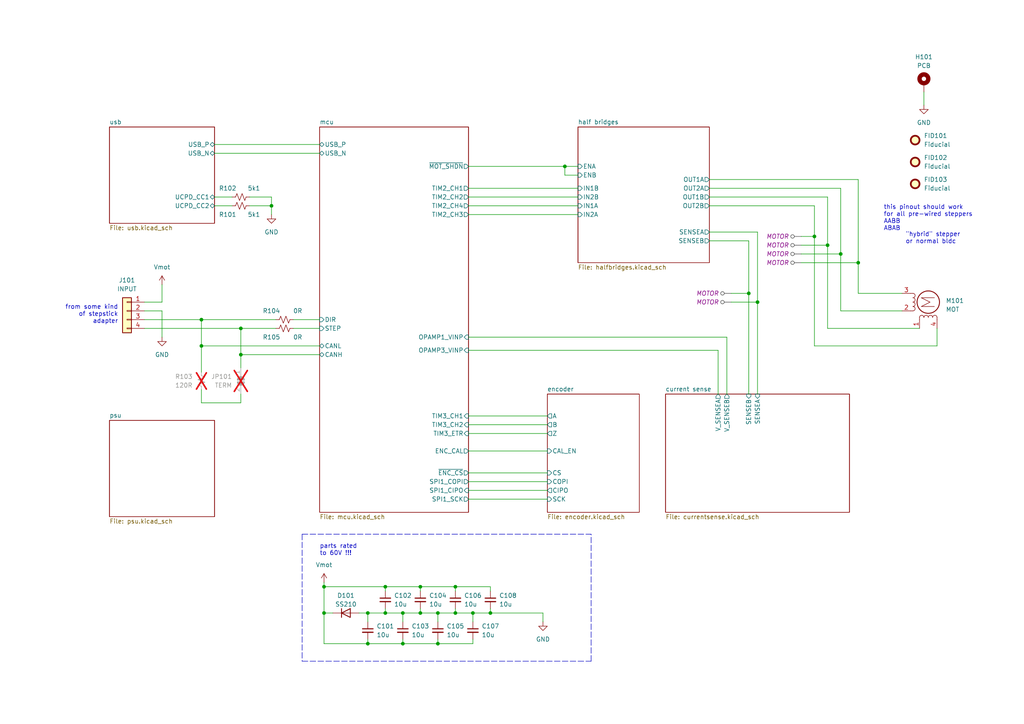
<source format=kicad_sch>
(kicad_sch (version 20231120) (generator "eeschema") (generator_version "8.0")
  (paper "A4")
  (title_block (title "LEMON PEPPER STEPPER") (date "2023-10-11") (rev "0.1") (company "matei repair lab"))
  (lib_symbols
    (symbol "Connector_Generic:Conn_01x04" (pin_names (offset 1.016) hide)
      (property "Reference" "J" (at 0 5.08 0))
      (property "Value" "Conn_01x04" (at 0 -7.62 0))
      (symbol "Conn_01x04_1_1"
        (rectangle (start -1.27 -4.953) (end 0 -5.207) (stroke (width 0.1524)))
        (rectangle (start -1.27 -2.413) (end 0 -2.667) (stroke (width 0.1524)))
        (rectangle (start -1.27 0.127) (end 0 -0.127) (stroke (width 0.1524)))
        (rectangle (start -1.27 2.667) (end 0 2.413) (stroke (width 0.1524)))
        (rectangle (start -1.27 3.81) (end 1.27 -6.35) (stroke (width 0.254)) (fill (type background)))
        (pin passive line (at -5.08 2.54 0) (length 3.81) (name "Pin_1") (number "1"))
        (pin passive line (at -5.08 0 0) (length 3.81) (name "Pin_2") (number "2"))
        (pin passive line (at -5.08 -2.54 0) (length 3.81) (name "Pin_3") (number "3"))
        (pin passive line (at -5.08 -5.08 0) (length 3.81) (name "Pin_4") (number "4"))
      )
    )
    (symbol "Device:C_Small" (pin_numbers hide) (pin_names (offset 0.254) hide)
      (property "Reference" "C" (at 0.254 1.778 0))
      (property "Value" "C_Small" (at 0.254 -2.032 0))
      (symbol "C_Small_0_1"
        (polyline (pts (xy -1.524 -0.508) (xy 1.524 -0.508)) (stroke (width 0.3302)))
        (polyline (pts (xy -1.524 0.508) (xy 1.524 0.508)) (stroke (width 0.3048)))
      )
      (symbol "C_Small_1_1"
        (pin passive line (at 0 2.54 270) (length 2.032) (name "~") (number "1"))
        (pin passive line (at 0 -2.54 90) (length 2.032) (name "~") (number "2"))
      )
    )
    (symbol "Device:D" (pin_numbers hide) (pin_names (offset 1.016) hide)
      (property "Reference" "D" (at 0 2.54 0))
      (property "Value" "D" (at 0 -2.54 0))
      (symbol "D_0_1"
        (polyline (pts (xy -1.27 1.27) (xy -1.27 -1.27)) (stroke (width 0.254)))
        (polyline (pts (xy 1.27 0) (xy -1.27 0)))
        (polyline (pts (xy 1.27 1.27) (xy 1.27 -1.27) (xy -1.27 0) (xy 1.27 1.27)) (stroke (width 0.254)))
      )
      (symbol "D_1_1"
        (pin passive line (at -3.81 0 0) (length 2.54) (name "K") (number "1"))
        (pin passive line (at 3.81 0 180) (length 2.54) (name "A") (number "2"))
      )
    )
    (symbol "Device:R_Small_US" (pin_numbers hide) (pin_names (offset 0.254) hide)
      (property "Reference" "R" (at 0.762 0.508 0))
      (property "Value" "R_Small_US" (at 0.762 -1.016 0))
      (symbol "R_Small_US_1_1"
        (polyline (pts (xy 0 0) (xy 1.016 -0.381) (xy 0 -0.762) (xy -1.016 -1.143) (xy 0 -1.524)))
        (polyline (pts (xy 0 1.524) (xy 1.016 1.143) (xy 0 0.762) (xy -1.016 0.381) (xy 0 0)))
        (pin passive line (at 0 2.54 270) (length 1.016) (name "~") (number "1"))
        (pin passive line (at 0 -2.54 90) (length 1.016) (name "~") (number "2"))
      )
    )
    (symbol "Jumper:SolderJumper_2_Open" (pin_names (offset 0) hide)
      (property "Reference" "JP" (at 0 2.032 0))
      (property "Value" "SolderJumper_2_Open" (at 0 -2.54 0))
      (symbol "SolderJumper_2_Open_0_1"
        (arc (start -0.254 1.016) (mid -1.2656 0) (end -0.254 -1.016))
        (arc (start -0.254 1.016) (mid -1.2656 0) (end -0.254 -1.016) (fill (type outline)))
        (polyline (pts (xy -0.254 1.016) (xy -0.254 -1.016)))
        (polyline (pts (xy 0.254 1.016) (xy 0.254 -1.016)))
        (arc (start 0.254 -1.016) (mid 1.2656 0) (end 0.254 1.016))
        (arc (start 0.254 -1.016) (mid 1.2656 0) (end 0.254 1.016) (fill (type outline)))
      )
      (symbol "SolderJumper_2_Open_1_1"
        (pin passive line (at -3.81 0 0) (length 2.54) (name "A") (number "1"))
        (pin passive line (at 3.81 0 180) (length 2.54) (name "B") (number "2"))
      )
    )
    (symbol "Mechanical:Fiducial"
      (property "Reference" "FID" (at 0 5.08 0))
      (property "Value" "Fiducial" (at 0 3.175 0))
      (symbol "Fiducial_0_1"
        (circle (center 0 0) (radius 1.27) (stroke (width 0.508)) (fill (type background)))
      )
    )
    (symbol "Mechanical:MountingHole_Pad" (pin_numbers hide) (pin_names (offset 1.016) hide)
      (property "Reference" "H" (at 0 6.35 0))
      (property "Value" "MountingHole_Pad" (at 0 4.445 0))
      (symbol "MountingHole_Pad_0_1"
        (circle (center 0 1.27) (radius 1.27) (stroke (width 1.27)))
      )
      (symbol "MountingHole_Pad_1_1"
        (pin input line (at 0 -2.54 90) (length 2.54) (name "1") (number "1"))
      )
    )
    (symbol "Motor:Stepper_Motor_bipolar" (pin_names (offset 0) hide)
      (property "Reference" "M101" (at 0.4191 -5.08 90))
      (property "Value" "MOT" (at -2.1209 -5.08 90))
      (symbol "Stepper_Motor_bipolar_0_0"
        (polyline (pts (xy -1.27 -1.778) (xy -1.27 2.032) (xy 0 -0.508) (xy 1.27 2.032) (xy 1.27 -1.778)))
      )
      (symbol "Stepper_Motor_bipolar_0_1"
        (arc (start -4.445 -2.54) (mid -3.8127 -1.905) (end -4.445 -1.27))
        (arc (start -4.445 -1.27) (mid -3.8127 -0.635) (end -4.445 0))
        (arc (start -4.445 0) (mid -3.8127 0.635) (end -4.445 1.27))
        (arc (start -4.445 1.27) (mid -3.8127 1.905) (end -4.445 2.54))
        (arc (start -2.54 4.445) (mid -1.905 3.8127) (end -1.27 4.445))
        (arc (start -1.27 4.445) (mid -0.635 3.8127) (end 0 4.445))
        (polyline (pts (xy -5.08 -2.54) (xy -4.445 -2.54)))
        (polyline (pts (xy -5.08 2.54) (xy -4.445 2.54)))
        (polyline (pts (xy -2.54 5.08) (xy -2.54 4.445)))
        (polyline (pts (xy 2.54 5.08) (xy 2.54 4.445)))
        (circle (center 0 0) (radius 3.2512) (stroke (width 0.254)))
        (arc (start 0 4.445) (mid 0.635 3.8127) (end 1.27 4.445))
        (arc (start 1.27 4.445) (mid 1.905 3.8127) (end 2.54 4.445))
      )
      (symbol "Stepper_Motor_bipolar_1_1"
        (pin passive line (at -7.62 2.54 0) (length 2.54) (name "~") (number "1"))
        (pin passive line (at -2.54 7.62 270) (length 2.54) (name "-") (number "2"))
        (pin passive line (at 2.54 7.62 270) (length 2.54) (name "~") (number "3"))
        (pin passive line (at -7.62 -2.54 0) (length 2.54) (name "~") (number "4"))
      )
    )
    (symbol "matei:Vmot" (power) (pin_names (offset 0))
      (property "Value" "Vmot" (at 0 3.81 0))
      (symbol "Vmot_0_1"
        (polyline (pts (xy -0.762 1.27) (xy 0 2.54)))
        (polyline (pts (xy 0 0) (xy 0 2.54)))
        (polyline (pts (xy 0 2.54) (xy 0.762 1.27)))
      )
      (symbol "Vmot_1_1"
        (pin power_in line (at 0 0 90) (length 0) hide (name "Vmot") (number "1"))
      )
    )
    (symbol "power:GND" (power) (pin_names (offset 0))
      (property "Value" "GND" (at 0 -3.81 0))
      (symbol "GND_0_1"
        (polyline (pts (xy 0 0) (xy 0 -1.27) (xy 1.27 -1.27) (xy 0 -2.54) (xy -1.27 -1.27) (xy 0 -1.27)))
      )
      (symbol "GND_1_1"
        (pin power_in line (at 0 0 270) (length 0) hide (name "GND") (number "1"))
      )
    )
  )
  (junction (at 217.17 85.09))
  (junction (at 106.68 177.8))
  (junction (at 236.22 68.58))
  (junction (at 111.76 177.8))
  (junction (at 111.76 170.18))
  (junction (at 78.74 59.69))
  (junction (at 69.85 95.25))
  (junction (at 163.83 48.26))
  (junction (at 240.03 71.12))
  (junction (at 127 186.69))
  (junction (at 121.92 170.18))
  (junction (at 93.98 170.18))
  (junction (at 121.92 177.8))
  (junction (at 248.92 76.2))
  (junction (at 58.42 92.71))
  (junction (at 69.85 102.87))
  (junction (at 132.08 170.18))
  (junction (at 58.42 100.33))
  (junction (at 106.68 186.69))
  (junction (at 137.16 177.8))
  (junction (at 219.71 87.63))
  (junction (at 116.84 177.8))
  (junction (at 93.98 177.8))
  (junction (at 243.84 73.66))
  (junction (at 132.08 177.8))
  (junction (at 142.24 177.8))
  (junction (at 116.84 186.69))
  (junction (at 127 177.8))
  (wire (pts (xy 135.89 142.24) (xy 158.75 142.24)))
  (wire (pts (xy 219.71 87.63) (xy 219.71 67.31)))
  (wire (pts (xy 205.74 57.15) (xy 240.03 57.15)))
  (wire (pts (xy 106.68 186.69) (xy 116.84 186.69)))
  (wire (pts (xy 62.23 57.15) (xy 67.31 57.15)))
  (wire (pts (xy 111.76 177.8) (xy 116.84 177.8)))
  (wire (pts (xy 106.68 180.34) (xy 106.68 177.8)))
  (wire (pts (xy 236.22 68.58) (xy 236.22 100.33)))
  (wire (pts (xy 248.92 52.07) (xy 205.74 52.07)))
  (wire (pts (xy 62.23 41.91) (xy 92.71 41.91)))
  (wire (pts (xy 135.89 139.7) (xy 158.75 139.7)))
  (wire (pts (xy 248.92 85.09) (xy 261.62 85.09)))
  (wire (pts (xy 135.89 62.23) (xy 167.64 62.23)))
  (wire (pts (xy 240.03 95.25) (xy 266.7 95.25)))
  (wire (pts (xy 58.42 113.03) (xy 58.42 116.84)))
  (wire (pts (xy 163.83 48.26) (xy 167.64 48.26)))
  (wire (pts (xy 78.74 57.15) (xy 78.74 59.69)))
  (wire (pts (xy 243.84 54.61) (xy 243.84 73.66)))
  (wire (pts (xy 116.84 186.69) (xy 127 186.69)))
  (wire (pts (xy 240.03 57.15) (xy 240.03 71.12)))
  (wire (pts (xy 208.28 114.3) (xy 208.28 101.6)))
  (wire (pts (xy 85.09 92.71) (xy 92.71 92.71)))
  (polyline (pts (xy 87.63 191.77) (xy 171.45 191.77)) (stroke (width 0) (type dash)))
  (wire (pts (xy 46.99 87.63) (xy 41.91 87.63)))
  (wire (pts (xy 93.98 186.69) (xy 93.98 177.8)))
  (wire (pts (xy 58.42 100.33) (xy 58.42 107.95)))
  (wire (pts (xy 121.92 177.8) (xy 127 177.8)))
  (wire (pts (xy 135.89 59.69) (xy 167.64 59.69)))
  (wire (pts (xy 205.74 54.61) (xy 243.84 54.61)))
  (wire (pts (xy 127 177.8) (xy 132.08 177.8)))
  (wire (pts (xy 116.84 177.8) (xy 121.92 177.8)))
  (wire (pts (xy 132.08 170.18) (xy 142.24 170.18)))
  (wire (pts (xy 111.76 170.18) (xy 111.76 171.45)))
  (wire (pts (xy 69.85 102.87) (xy 69.85 106.68)))
  (polyline (pts (xy 87.63 154.94) (xy 87.63 191.77)) (stroke (width 0) (type dash)))
  (wire (pts (xy 58.42 100.33) (xy 92.71 100.33)))
  (wire (pts (xy 132.08 176.53) (xy 132.08 177.8)))
  (wire (pts (xy 219.71 114.3) (xy 219.71 87.63)))
  (wire (pts (xy 41.91 95.25) (xy 69.85 95.25)))
  (wire (pts (xy 106.68 185.42) (xy 106.68 186.69)))
  (wire (pts (xy 137.16 185.42) (xy 137.16 186.69)))
  (wire (pts (xy 121.92 176.53) (xy 121.92 177.8)))
  (wire (pts (xy 127 186.69) (xy 137.16 186.69)))
  (wire (pts (xy 104.14 177.8) (xy 106.68 177.8)))
  (wire (pts (xy 135.89 57.15) (xy 167.64 57.15)))
  (wire (pts (xy 135.89 97.79) (xy 210.82 97.79)))
  (wire (pts (xy 205.74 69.85) (xy 217.17 69.85)))
  (wire (pts (xy 135.89 120.65) (xy 158.75 120.65)))
  (polyline (pts (xy 87.63 154.94) (xy 171.45 154.94)) (stroke (width 0) (type dash)))
  (wire (pts (xy 142.24 177.8) (xy 157.48 177.8)))
  (wire (pts (xy 41.91 92.71) (xy 58.42 92.71)))
  (wire (pts (xy 58.42 116.84) (xy 69.85 116.84)))
  (wire (pts (xy 69.85 95.25) (xy 80.01 95.25)))
  (wire (pts (xy 93.98 177.8) (xy 96.52 177.8)))
  (wire (pts (xy 69.85 102.87) (xy 92.71 102.87)))
  (wire (pts (xy 210.82 97.79) (xy 210.82 114.3)))
  (wire (pts (xy 111.76 176.53) (xy 111.76 177.8)))
  (wire (pts (xy 72.39 59.69) (xy 78.74 59.69)))
  (wire (pts (xy 212.09 87.63) (xy 219.71 87.63)))
  (wire (pts (xy 236.22 59.69) (xy 236.22 68.58)))
  (wire (pts (xy 135.89 125.73) (xy 158.75 125.73)))
  (wire (pts (xy 135.89 144.78) (xy 158.75 144.78)))
  (polyline (pts (xy 171.45 191.77) (xy 171.45 154.94)) (stroke (width 0) (type dash)))
  (wire (pts (xy 93.98 168.91) (xy 93.98 170.18)))
  (wire (pts (xy 111.76 170.18) (xy 121.92 170.18)))
  (wire (pts (xy 135.89 123.19) (xy 158.75 123.19)))
  (wire (pts (xy 127 185.42) (xy 127 186.69)))
  (wire (pts (xy 243.84 73.66) (xy 243.84 90.17)))
  (wire (pts (xy 167.64 50.8) (xy 163.83 50.8)))
  (wire (pts (xy 217.17 69.85) (xy 217.17 85.09)))
  (wire (pts (xy 93.98 177.8) (xy 93.98 170.18)))
  (wire (pts (xy 121.92 170.18) (xy 121.92 171.45)))
  (wire (pts (xy 232.41 71.12) (xy 240.03 71.12)))
  (wire (pts (xy 93.98 170.18) (xy 111.76 170.18)))
  (wire (pts (xy 58.42 92.71) (xy 58.42 100.33)))
  (wire (pts (xy 116.84 185.42) (xy 116.84 186.69)))
  (wire (pts (xy 135.89 137.16) (xy 158.75 137.16)))
  (wire (pts (xy 85.09 95.25) (xy 92.71 95.25)))
  (wire (pts (xy 219.71 67.31) (xy 205.74 67.31)))
  (wire (pts (xy 142.24 176.53) (xy 142.24 177.8)))
  (wire (pts (xy 232.41 68.58) (xy 236.22 68.58)))
  (wire (pts (xy 217.17 85.09) (xy 217.17 114.3)))
  (wire (pts (xy 243.84 90.17) (xy 261.62 90.17)))
  (wire (pts (xy 116.84 177.8) (xy 116.84 180.34)))
  (wire (pts (xy 248.92 76.2) (xy 248.92 85.09)))
  (wire (pts (xy 142.24 170.18) (xy 142.24 171.45)))
  (wire (pts (xy 267.97 26.67) (xy 267.97 30.48)))
  (wire (pts (xy 69.85 95.25) (xy 69.85 102.87)))
  (wire (pts (xy 72.39 57.15) (xy 78.74 57.15)))
  (wire (pts (xy 232.41 73.66) (xy 243.84 73.66)))
  (wire (pts (xy 271.78 95.25) (xy 271.78 100.33)))
  (wire (pts (xy 127 177.8) (xy 127 180.34)))
  (wire (pts (xy 248.92 52.07) (xy 248.92 76.2)))
  (wire (pts (xy 62.23 44.45) (xy 92.71 44.45)))
  (wire (pts (xy 78.74 59.69) (xy 78.74 62.23)))
  (wire (pts (xy 157.48 177.8) (xy 157.48 180.34)))
  (wire (pts (xy 132.08 170.18) (xy 132.08 171.45)))
  (wire (pts (xy 46.99 90.17) (xy 46.99 97.79)))
  (wire (pts (xy 58.42 92.71) (xy 80.01 92.71)))
  (wire (pts (xy 69.85 116.84) (xy 69.85 114.3)))
  (wire (pts (xy 62.23 59.69) (xy 67.31 59.69)))
  (wire (pts (xy 106.68 186.69) (xy 93.98 186.69)))
  (wire (pts (xy 212.09 85.09) (xy 217.17 85.09)))
  (wire (pts (xy 163.83 50.8) (xy 163.83 48.26)))
  (wire (pts (xy 106.68 177.8) (xy 111.76 177.8)))
  (wire (pts (xy 121.92 170.18) (xy 132.08 170.18)))
  (wire (pts (xy 135.89 130.81) (xy 158.75 130.81)))
  (wire (pts (xy 135.89 101.6) (xy 208.28 101.6)))
  (wire (pts (xy 205.74 59.69) (xy 236.22 59.69)))
  (wire (pts (xy 137.16 177.8) (xy 137.16 180.34)))
  (wire (pts (xy 135.89 48.26) (xy 163.83 48.26)))
  (wire (pts (xy 137.16 177.8) (xy 142.24 177.8)))
  (wire (pts (xy 271.78 100.33) (xy 236.22 100.33)))
  (wire (pts (xy 46.99 82.55) (xy 46.99 87.63)))
  (wire (pts (xy 132.08 177.8) (xy 137.16 177.8)))
  (wire (pts (xy 240.03 71.12) (xy 240.03 95.25)))
  (wire (pts (xy 135.89 54.61) (xy 167.64 54.61)))
  (wire (pts (xy 232.41 76.2) (xy 248.92 76.2)))
  (wire (pts (xy 41.91 90.17) (xy 46.99 90.17)))
  (text "this pinout should work\nfor all pre-wired steppers\nAABB\nABAB" (at 256.286 67.056 0) (effects (font (size 1.27 1.27)) (justify left bottom)))
  (text "parts rated\nto 60V !!!" (at 92.71 161.29 0) (effects (font (size 1.27 1.27)) (justify left bottom)))
  (text "from some kind\nof stepstick\nadapter" (at 34.29 93.98 0) (effects (font (size 1.27 1.27)) (justify right bottom)))
  (text "\"hybrid\" stepper\nor normal bldc" (at 262.636 70.866 0) (effects (font (size 1.27 1.27)) (justify left bottom)))
  (netclass_flag "" (length 2.54) (shape round) (at 232.41 76.2 90) (property "Netclass" "MOTOR" (at 222.25 76.2 0) (effects (font (italic yes)) (justify left))))
  (netclass_flag "" (length 2.54) (shape round) (at 232.41 68.58 90) (property "Netclass" "MOTOR" (at 222.25 68.58 0) (effects (font (italic yes)) (justify left))))
  (netclass_flag "" (length 2.54) (shape round) (at 232.41 73.66 90) (property "Netclass" "MOTOR" (at 222.25 73.66 0) (effects (font (italic yes)) (justify left))))
  (netclass_flag "" (length 2.54) (shape round) (at 232.41 71.12 90) (property "Netclass" "MOTOR" (at 222.25 71.12 0) (effects (font (italic yes)) (justify left))))
  (netclass_flag "" (length 2.54) (shape round) (at 212.09 85.09 90) (property "Netclass" "MOTOR" (at 201.93 85.09 0) (effects (font (italic yes)) (justify left))))
  (netclass_flag "" (length 2.54) (shape round) (at 212.09 87.63 90) (property "Netclass" "MOTOR" (at 201.93 87.63 0) (effects (font (italic yes)) (justify left))))
  (symbol (lib_id "power:GND") (at 267.97 30.48 0) (unit 1)
    (property "Reference" "#PWR0106" (effects (hide yes)))
    (property "Value" "GND" (at 267.97 35.56 0))
  )
  (symbol (lib_id "power:GND") (at 157.48 180.34 0) (unit 1)
    (property "Reference" "#PWR0105" (effects (hide yes)))
    (property "Value" "GND" (at 157.48 185.42 0))
  )
  (symbol (lib_id "Device:C_Small") (at 127 182.88 0) (unit 1)
    (property "Reference" "C105" (at 129.54 181.6163 0) (effects (justify left)))
    (property "Value" "10u" (at 129.54 184.1563 0) (effects (justify left)))
    (property "Footprint" "Capacitor_SMD:C_0805_2012Metric" (effects (hide yes)))
    (property "LCSC ID" "C440198" (effects (hide yes)))
  )
  (symbol (lib_id "Device:C_Small") (at 121.92 173.99 0) (unit 1)
    (property "Reference" "C104" (at 124.46 172.7263 0) (effects (justify left)))
    (property "Value" "10u" (at 124.46 175.2663 0) (effects (justify left)))
    (property "Footprint" "Capacitor_SMD:C_0805_2012Metric" (effects (hide yes)))
    (property "LCSC ID" "C440198" (effects (hide yes)))
  )
  (symbol (lib_id "Device:R_Small_US") (at 82.55 92.71 90) (unit 1)
    (property "Reference" "R104" (at 78.74 90.17 90))
    (property "Value" "0R" (at 86.36 90.17 90))
    (property "Footprint" "Resistor_SMD:R_0402_1005Metric" (effects (hide yes)))
    (property "LCSC ID" "C17168" (effects (hide yes)))
  )
  (symbol (lib_id "Mechanical:Fiducial") (at 265.43 46.99 0) (unit 1) (in_bom no)
    (property "Reference" "FID102" (at 267.97 45.72 0) (effects (justify left)))
    (property "Value" "Fiducial" (at 267.97 48.26 0) (effects (justify left)))
    (property "Footprint" "Fiducial:Fiducial_0.5mm_Mask1mm" (effects (hide yes)))
  )
  (symbol (lib_id "Device:R_Small_US") (at 82.55 95.25 270) (unit 1)
    (property "Reference" "R105" (at 78.74 97.79 90))
    (property "Value" "0R" (at 86.36 97.79 90))
    (property "Footprint" "Resistor_SMD:R_0402_1005Metric" (effects (hide yes)))
    (property "LCSC ID" "C17168" (effects (hide yes)))
  )
  (symbol (lib_id "power:GND") (at 46.99 97.79 0) (unit 1)
    (property "Reference" "#PWR0102" (effects (hide yes)))
    (property "Value" "GND" (at 46.99 102.87 0))
  )
  (symbol (lib_id "Connector_Generic:Conn_01x04") (at 36.83 90.17 0) (mirror y) (unit 1)
    (property "Reference" "J101" (at 36.83 81.28 0))
    (property "Value" "INPUT" (at 36.83 83.82 0))
    (property "Footprint" "Connector_JST:JST_XH_B4B-XH-A_1x04_P2.50mm_Vertical" (effects (hide yes)))
  )
  (symbol (lib_id "matei:Vmot") (at 93.98 168.91 0) (unit 1)
    (property "Reference" "#PWR0104" (effects (hide yes)))
    (property "Value" "Vmot" (at 93.98 163.83 0))
  )
  (symbol (lib_id "Device:C_Small") (at 137.16 182.88 0) (unit 1)
    (property "Reference" "C107" (at 139.7 181.6163 0) (effects (justify left)))
    (property "Value" "10u" (at 139.7 184.1563 0) (effects (justify left)))
    (property "Footprint" "Capacitor_SMD:C_0805_2012Metric" (effects (hide yes)))
    (property "LCSC ID" "C440198" (effects (hide yes)))
  )
  (symbol (lib_id "Device:C_Small") (at 142.24 173.99 0) (unit 1)
    (property "Reference" "C108" (at 144.78 172.7263 0) (effects (justify left)))
    (property "Value" "10u" (at 144.78 175.2663 0) (effects (justify left)))
    (property "Footprint" "Capacitor_SMD:C_0805_2012Metric" (effects (hide yes)))
    (property "LCSC ID" "C440198" (effects (hide yes)))
  )
  (symbol (lib_id "Motor:Stepper_Motor_bipolar") (at 269.24 87.63 90) (unit 1)
    (property "Reference" "M101" (at 274.32 87.2109 90) (effects (justify right)))
    (property "Value" "MOT" (at 274.32 89.7509 90) (effects (justify right)))
    (property "Footprint" "footprints:XH2.54 4P" (effects (hide yes)))
    (property "Datasheet" "http://www.infineon.com/dgdl/Application-Note-TLE8110EE_driving_UniPolarStepperMotor_V1.1.pdf?fileId=db3a30431be39b97011be5d0aa0a00b0" (effects (hide yes)))
  )
  (symbol (lib_id "Device:R_Small_US") (at 58.42 110.49 0) (unit 1) (in_bom no) (on_board no) (dnp yes)
    (property "Reference" "R103" (at 55.88 109.22 0) (effects (justify right)))
    (property "Value" "120R" (at 55.88 111.76 0) (effects (justify right)))
    (property "Footprint" "Resistor_SMD:R_0402_1005Metric" (effects (hide yes)))
    (property "LCSC ID" "C25079" (effects (hide yes)))
  )
  (symbol (lib_id "Device:D") (at 100.33 177.8 0) (unit 1)
    (property "Reference" "D101" (at 100.33 172.72 0))
    (property "Value" "SS210" (at 100.33 175.26 0))
    (property "Footprint" "Diode_SMD:D_SMA" (effects (hide yes)))
    (property "Sim.Device" "D" (effects (hide yes)))
    (property "Sim.Pins" "1=K 2=A" (effects (hide yes)))
    (property "LCSC ID" "C14996" (effects (hide yes)))
  )
  (symbol (lib_id "power:GND") (at 78.74 62.23 0) (unit 1)
    (property "Reference" "#PWR0103" (effects (hide yes)))
    (property "Value" "GND" (at 78.74 67.31 0))
  )
  (symbol (lib_id "Device:C_Small") (at 106.68 182.88 0) (unit 1)
    (property "Reference" "C101" (at 109.22 181.6163 0) (effects (justify left)))
    (property "Value" "10u" (at 109.22 184.1563 0) (effects (justify left)))
    (property "Footprint" "Capacitor_SMD:C_0805_2012Metric" (effects (hide yes)))
    (property "LCSC ID" "C440198" (effects (hide yes)))
  )
  (symbol (lib_id "Mechanical:Fiducial") (at 265.43 40.64 0) (unit 1) (in_bom no)
    (property "Reference" "FID101" (at 267.97 39.37 0) (effects (justify left)))
    (property "Value" "Fiducial" (at 267.97 41.91 0) (effects (justify left)))
    (property "Footprint" "Fiducial:Fiducial_0.5mm_Mask1mm" (effects (hide yes)))
  )
  (symbol (lib_id "Device:C_Small") (at 116.84 182.88 0) (unit 1)
    (property "Reference" "C103" (at 119.38 181.6163 0) (effects (justify left)))
    (property "Value" "10u" (at 119.38 184.1563 0) (effects (justify left)))
    (property "Footprint" "Capacitor_SMD:C_0805_2012Metric" (effects (hide yes)))
    (property "LCSC ID" "C440198" (effects (hide yes)))
  )
  (symbol (lib_id "Device:C_Small") (at 132.08 173.99 0) (unit 1)
    (property "Reference" "C106" (at 134.62 172.7263 0) (effects (justify left)))
    (property "Value" "10u" (at 134.62 175.2663 0) (effects (justify left)))
    (property "Footprint" "Capacitor_SMD:C_0805_2012Metric" (effects (hide yes)))
    (property "LCSC ID" "C440198" (effects (hide yes)))
  )
  (symbol (lib_id "Mechanical:MountingHole_Pad") (at 267.97 24.13 0) (unit 1) (in_bom no)
    (property "Reference" "H101" (at 267.97 16.51 0))
    (property "Value" "PCB" (at 267.97 19.05 0))
    (property "Footprint" "mechanical:NEMA17" (effects (hide yes)))
  )
  (symbol (lib_id "Device:R_Small_US") (at 69.85 57.15 90) (unit 1)
    (property "Reference" "R102" (at 66.04 54.61 90))
    (property "Value" "5k1" (at 73.66 54.61 90))
    (property "Footprint" "Resistor_SMD:R_0402_1005Metric" (effects (hide yes)))
    (property "LCSC ID" "C25905" (effects (hide yes)))
  )
  (symbol (lib_id "Mechanical:Fiducial") (at 265.43 53.34 0) (unit 1) (in_bom no)
    (property "Reference" "FID103" (at 267.97 52.07 0) (effects (justify left)))
    (property "Value" "Fiducial" (at 267.97 54.61 0) (effects (justify left)))
    (property "Footprint" "Fiducial:Fiducial_0.5mm_Mask1mm" (effects (hide yes)))
  )
  (symbol (lib_id "Device:C_Small") (at 111.76 173.99 0) (unit 1)
    (property "Reference" "C102" (at 114.3 172.7263 0) (effects (justify left)))
    (property "Value" "10u" (at 114.3 175.2663 0) (effects (justify left)))
    (property "Footprint" "Capacitor_SMD:C_0805_2012Metric" (effects (hide yes)))
    (property "LCSC ID" "C440198" (effects (hide yes)))
  )
  (symbol (lib_id "matei:Vmot") (at 46.99 82.55 0) (unit 1)
    (property "Reference" "#PWR0101" (effects (hide yes)))
    (property "Value" "Vmot" (at 46.99 77.47 0))
  )
  (symbol (lib_id "Jumper:SolderJumper_2_Open") (at 69.85 110.49 90) (mirror x) (unit 1) (in_bom no) (on_board no) (dnp yes)
    (property "Reference" "JP101" (at 67.31 109.22 90) (effects (justify left)))
    (property "Value" "TERM" (at 67.31 111.76 90) (effects (justify left)))
    (property "Footprint" "Resistor_SMD:R_0402_1005Metric" (effects (hide yes)))
  )
  (symbol (lib_id "Device:R_Small_US") (at 69.85 59.69 270) (unit 1)
    (property "Reference" "R101" (at 66.04 62.23 90))
    (property "Value" "5k1" (at 73.66 62.23 90))
    (property "Footprint" "Resistor_SMD:R_0402_1005Metric" (effects (hide yes)))
    (property "LCSC ID" "C25905" (effects (hide yes)))
  )
  (sheet (at 31.75 121.92) (size 30.48 27.94) (stroke (width 0.1524))
    (property "Sheetname" "psu" (at 31.75 121.2084 0) (effects (justify left bottom)))
    (property "Sheetfile" "psu.kicad_sch" (at 31.75 150.4446 0) (effects (justify left top)))
  )
  (sheet (at 31.75 36.83) (size 30.48 27.94) (stroke (width 0.1524))
    (property "Sheetname" "usb" (at 31.75 36.1184 0) (effects (justify left bottom)))
    (property "Sheetfile" "usb.kicad_sch" (at 31.75 65.3546 0) (effects (justify left top)))
    (pin "USB_P" bidirectional (at 62.23 41.91 0))
    (pin "USB_N" bidirectional (at 62.23 44.45 0))
    (pin "UCPD_CC2" bidirectional (at 62.23 59.69 0))
    (pin "UCPD_CC1" bidirectional (at 62.23 57.15 0))
  )
  (sheet (at 193.04 114.3) (size 53.34 34.29) (stroke (width 0.1524))
    (property "Sheetname" "current sense" (at 193.04 113.5884 0) (effects (justify left bottom)))
    (property "Sheetfile" "currentsense.kicad_sch" (at 193.04 149.1746 0) (effects (justify left top)))
    (pin "SENSEA" input (at 219.71 114.3 90))
    (pin "SENSEB" input (at 217.17 114.3 90))
    (pin "V_SENSEA" output (at 208.28 114.3 90))
    (pin "V_SENSEB" output (at 210.82 114.3 90))
  )
  (sheet (at 92.71 36.83) (size 43.18 111.76) (stroke (width 0.1524))
    (property "Sheetname" "mcu" (at 92.71 36.1184 0) (effects (justify left bottom)))
    (property "Sheetfile" "mcu.kicad_sch" (at 92.71 149.1746 0) (effects (justify left top)))
    (pin "USB_N" bidirectional (at 92.71 44.45 180))
    (pin "USB_P" bidirectional (at 92.71 41.91 180))
    (pin "ENC_CAL" output (at 135.89 130.81 0))
    (pin "~{MOT_SHDN}" output (at 135.89 48.26 0))
    (pin "~{ENC_CS}" output (at 135.89 137.16 0))
    (pin "DIR" input (at 92.71 92.71 180))
    (pin "STEP" input (at 92.71 95.25 180))
    (pin "SPI1_SCK" output (at 135.89 144.78 0))
    (pin "SPI1_COPI" output (at 135.89 139.7 0))
    (pin "SPI1_CIPO" input (at 135.89 142.24 0))
    (pin "OPAMP3_VINP" input (at 135.89 101.6 0))
    (pin "OPAMP1_VINP" input (at 135.89 97.79 0))
    (pin "CANH" bidirectional (at 92.71 102.87 180))
    (pin "CANL" bidirectional (at 92.71 100.33 180))
    (pin "TIM2_CH4" output (at 135.89 59.69 0))
    (pin "TIM2_CH3" output (at 135.89 62.23 0))
    (pin "TIM2_CH2" output (at 135.89 57.15 0))
    (pin "TIM2_CH1" output (at 135.89 54.61 0))
    (pin "TIM3_ETR" input (at 135.89 125.73 0))
    (pin "TIM3_CH1" input (at 135.89 120.65 0))
    (pin "TIM3_CH2" input (at 135.89 123.19 0))
  )
  (sheet (at 167.64 36.83) (size 38.1 39.37) (stroke (width 0.1524))
    (property "Sheetname" "half bridges" (at 167.64 36.1184 0) (effects (justify left bottom)))
    (property "Sheetfile" "halfbridges.kicad_sch" (at 167.64 76.7846 0) (effects (justify left top)))
    (pin "OUT2B" output (at 205.74 59.69 0))
    (pin "OUT1A" output (at 205.74 52.07 0))
    (pin "OUT2A" output (at 205.74 54.61 0))
    (pin "OUT1B" output (at 205.74 57.15 0))
    (pin "IN2B" input (at 167.64 57.15 180))
    (pin "IN1B" input (at 167.64 54.61 180))
    (pin "IN1A" input (at 167.64 59.69 180))
    (pin "ENB" input (at 167.64 50.8 180))
    (pin "ENA" input (at 167.64 48.26 180))
    (pin "IN2A" input (at 167.64 62.23 180))
    (pin "SENSEA" output (at 205.74 67.31 0))
    (pin "SENSEB" output (at 205.74 69.85 0))
  )
  (sheet (at 158.75 114.3) (size 26.67 34.29) (stroke (width 0.1524))
    (property "Sheetname" "encoder" (at 158.75 113.5884 0) (effects (justify left bottom)))
    (property "Sheetfile" "encoder.kicad_sch" (at 158.75 149.1746 0) (effects (justify left top)))
    (pin "B" output (at 158.75 123.19 180))
    (pin "Z" output (at 158.75 125.73 180))
    (pin "A" output (at 158.75 120.65 180))
    (pin "COPI" input (at 158.75 139.7 180))
    (pin "CIPO" output (at 158.75 142.24 180))
    (pin "CS" input (at 158.75 137.16 180))
    (pin "SCK" input (at 158.75 144.78 180))
    (pin "CAL_EN" input (at 158.75 130.81 180))
  )
)
</source>
